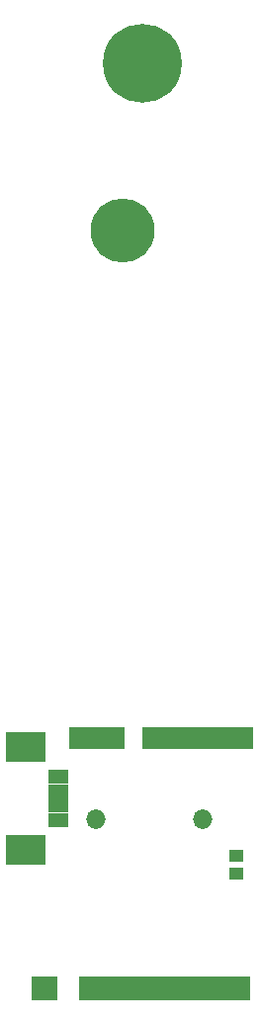
<source format=gts>
G04 #@! TF.FileFunction,Soldermask,Top*
%FSLAX46Y46*%
G04 Gerber Fmt 4.6, Leading zero omitted, Abs format (unit mm)*
G04 Created by KiCad (PCBNEW 4.0.5) date Monday, October 16, 2017 'PMt' 01:44:04 PM*
%MOMM*%
%LPD*%
G01*
G04 APERTURE LIST*
%ADD10C,0.100000*%
%ADD11R,0.958800X1.900000*%
%ADD12O,1.670000X1.670000*%
%ADD13C,5.480000*%
%ADD14R,1.700000X1.200000*%
%ADD15R,3.400000X2.500000*%
%ADD16R,1.289000X1.035000*%
%ADD17C,6.750000*%
%ADD18R,0.654000X2.000000*%
G04 APERTURE END LIST*
D10*
D11*
X49316400Y-122466000D03*
X48529000Y-122466000D03*
X47741600Y-122466000D03*
X46954200Y-122466000D03*
X46166800Y-122466000D03*
X45379400Y-122466000D03*
X44592000Y-122466000D03*
X43804600Y-122466000D03*
X43017200Y-122466000D03*
X42229800Y-122466000D03*
X41442400Y-122466000D03*
X40655000Y-122466000D03*
X38292800Y-122466000D03*
X37505400Y-122466000D03*
X36718000Y-122466000D03*
X35930600Y-122466000D03*
X35143200Y-122466000D03*
X34355800Y-122466000D03*
D12*
X36210000Y-129432000D03*
X45354000Y-129432000D03*
D13*
X38496000Y-79066000D03*
D14*
X33020000Y-129540000D03*
X33020000Y-128290000D03*
X33020000Y-127040000D03*
X33020000Y-125790000D03*
D15*
X30270000Y-132090000D03*
X30270000Y-123240000D03*
D16*
X48260000Y-134112000D03*
X48260000Y-132588000D03*
D17*
X40210000Y-64780000D03*
D18*
X49110000Y-143880000D03*
X48610000Y-143880000D03*
X48110000Y-143880000D03*
X47610000Y-143880000D03*
X47110000Y-143880000D03*
X46610000Y-143880000D03*
X46110000Y-143880000D03*
X45610000Y-143880000D03*
X45110000Y-143880000D03*
X44610000Y-143880000D03*
X44110000Y-143880000D03*
X43610000Y-143880000D03*
X43110000Y-143880000D03*
X42610000Y-143880000D03*
X42110000Y-143880000D03*
X41610000Y-143880000D03*
X41110000Y-143880000D03*
X40610000Y-143880000D03*
X40110000Y-143880000D03*
X39610000Y-143880000D03*
X39110000Y-143880000D03*
X38610000Y-143880000D03*
X38110000Y-143880000D03*
X37610000Y-143880000D03*
X37110000Y-143880000D03*
X36610000Y-143880000D03*
X36110000Y-143880000D03*
X35610000Y-143880000D03*
X35110000Y-143880000D03*
X32610000Y-143880000D03*
X32110000Y-143880000D03*
X31610000Y-143880000D03*
X31110000Y-143880000D03*
M02*

</source>
